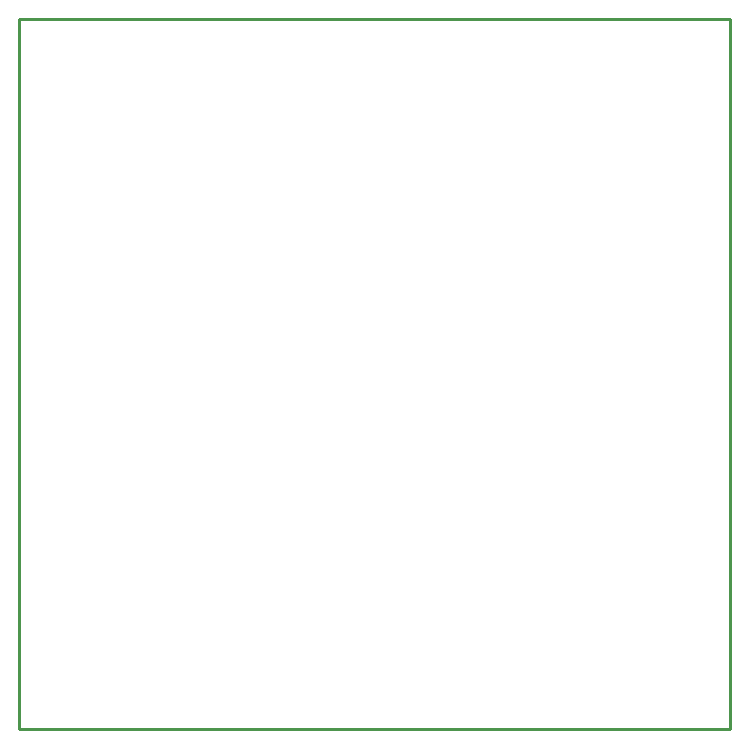
<source format=gko>
G04*
G04 #@! TF.GenerationSoftware,Altium Limited,Altium Designer,18.1.6 (161)*
G04*
G04 Layer_Color=16711935*
%FSLAX25Y25*%
%MOIN*%
G70*
G01*
G75*
%ADD10C,0.01000*%
D10*
X-394Y0D02*
Y236614D01*
X236614D01*
X235827Y0D02*
X236614D01*
Y236614D01*
X-394Y0D02*
X235827D01*
M02*

</source>
